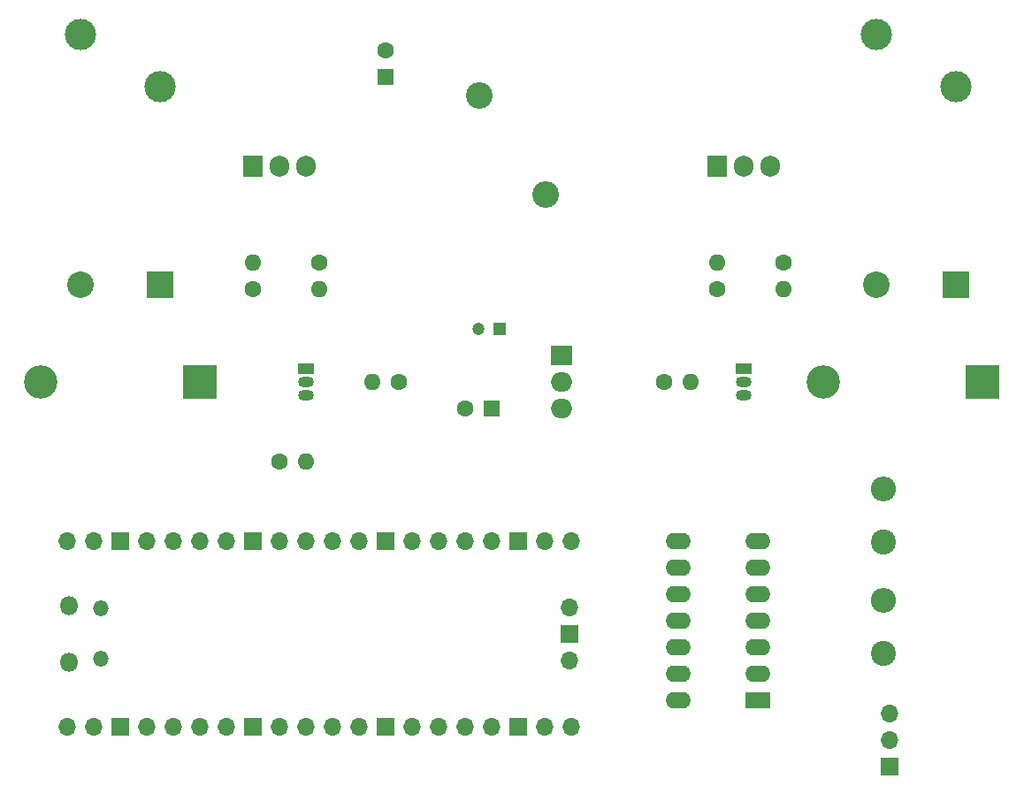
<source format=gbr>
%TF.GenerationSoftware,KiCad,Pcbnew,7.0.10*%
%TF.CreationDate,2024-07-18T14:31:58-06:00*%
%TF.ProjectId,Pressure-Controlled-Power-Outlet-control-PCB,50726573-7375-4726-952d-436f6e74726f,rev?*%
%TF.SameCoordinates,Original*%
%TF.FileFunction,Soldermask,Bot*%
%TF.FilePolarity,Negative*%
%FSLAX46Y46*%
G04 Gerber Fmt 4.6, Leading zero omitted, Abs format (unit mm)*
G04 Created by KiCad (PCBNEW 7.0.10) date 2024-07-18 14:31:58*
%MOMM*%
%LPD*%
G01*
G04 APERTURE LIST*
%ADD10C,2.550000*%
%ADD11R,1.200000X1.200000*%
%ADD12C,1.200000*%
%ADD13O,1.800000X1.800000*%
%ADD14O,1.500000X1.500000*%
%ADD15O,1.700000X1.700000*%
%ADD16R,1.700000X1.700000*%
%ADD17C,1.600000*%
%ADD18O,1.600000X1.600000*%
%ADD19R,1.500000X1.050000*%
%ADD20O,1.500000X1.050000*%
%ADD21R,1.905000X2.000000*%
%ADD22O,1.905000X2.000000*%
%ADD23R,3.200000X3.200000*%
%ADD24O,3.200000X3.200000*%
%ADD25R,2.000000X1.905000*%
%ADD26O,2.000000X1.905000*%
%ADD27R,2.400000X1.600000*%
%ADD28O,2.400000X1.600000*%
%ADD29C,2.400000*%
%ADD30O,2.400000X2.400000*%
%ADD31C,3.000000*%
%ADD32R,2.540000X2.540000*%
%ADD33C,2.540000*%
%ADD34R,1.600000X1.600000*%
G04 APERTURE END LIST*
D10*
%TO.C,J2*%
X139759801Y-87475000D03*
X133409801Y-77975000D03*
%TD*%
D11*
%TO.C,C3*%
X135350000Y-100330000D03*
D12*
X133350000Y-100330000D03*
%TD*%
D13*
%TO.C,U1*%
X94110000Y-126815000D03*
X94110000Y-132265000D03*
D14*
X97140000Y-131965000D03*
X97140000Y-127115000D03*
D15*
X93980000Y-138430000D03*
X96520000Y-138430000D03*
D16*
X99060000Y-138430000D03*
D15*
X101600000Y-138430000D03*
X104140000Y-138430000D03*
X106680000Y-138430000D03*
X109220000Y-138430000D03*
D16*
X111760000Y-138430000D03*
D15*
X114300000Y-138430000D03*
X116840000Y-138430000D03*
X119380000Y-138430000D03*
X121920000Y-138430000D03*
D16*
X124460000Y-138430000D03*
D15*
X127000000Y-138430000D03*
X129540000Y-138430000D03*
X132080000Y-138430000D03*
X134620000Y-138430000D03*
D16*
X137160000Y-138430000D03*
D15*
X139700000Y-138430000D03*
X142240000Y-138430000D03*
X142240000Y-120650000D03*
X139700000Y-120650000D03*
D16*
X137160000Y-120650000D03*
D15*
X134620000Y-120650000D03*
X132080000Y-120650000D03*
X129540000Y-120650000D03*
X127000000Y-120650000D03*
D16*
X124460000Y-120650000D03*
D15*
X121920000Y-120650000D03*
X119380000Y-120650000D03*
X116840000Y-120650000D03*
X114300000Y-120650000D03*
D16*
X111760000Y-120650000D03*
D15*
X109220000Y-120650000D03*
X106680000Y-120650000D03*
X104140000Y-120650000D03*
X101600000Y-120650000D03*
D16*
X99060000Y-120650000D03*
D15*
X96520000Y-120650000D03*
X93980000Y-120650000D03*
X142010000Y-132080000D03*
D16*
X142010000Y-129540000D03*
D15*
X142010000Y-127000000D03*
%TD*%
D17*
%TO.C,R9*%
X151130000Y-105410000D03*
D18*
X153670000Y-105410000D03*
%TD*%
D17*
%TO.C,R8*%
X125730000Y-105410000D03*
D18*
X123190000Y-105410000D03*
%TD*%
D17*
%TO.C,R7*%
X118110000Y-93980000D03*
D18*
X118110000Y-96520000D03*
%TD*%
D17*
%TO.C,R6*%
X162560000Y-93980000D03*
D18*
X162560000Y-96520000D03*
%TD*%
D17*
%TO.C,R5*%
X156210000Y-96520000D03*
D18*
X156210000Y-93980000D03*
%TD*%
D17*
%TO.C,R4*%
X111760000Y-96520000D03*
D18*
X111760000Y-93980000D03*
%TD*%
D19*
%TO.C,Q4*%
X116840000Y-104140000D03*
D20*
X116840000Y-105410000D03*
X116840000Y-106680000D03*
%TD*%
D21*
%TO.C,Q3*%
X156210000Y-84765000D03*
D22*
X158750000Y-84765000D03*
X161290000Y-84765000D03*
%TD*%
D21*
%TO.C,Q2*%
X111760000Y-84765000D03*
D22*
X114300000Y-84765000D03*
X116840000Y-84765000D03*
%TD*%
D19*
%TO.C,Q1*%
X158750000Y-104140000D03*
D20*
X158750000Y-105410000D03*
X158750000Y-106680000D03*
%TD*%
D23*
%TO.C,D2*%
X181610000Y-105410000D03*
D24*
X166370000Y-105410000D03*
%TD*%
D23*
%TO.C,D1*%
X106680000Y-105410000D03*
D24*
X91440000Y-105410000D03*
%TD*%
D25*
%TO.C,U3*%
X141295000Y-102870000D03*
D26*
X141295000Y-105410000D03*
X141295000Y-107950000D03*
%TD*%
D27*
%TO.C,U2*%
X160035000Y-135895000D03*
D28*
X160035000Y-133355000D03*
X160035000Y-130815000D03*
X160035000Y-128275000D03*
X160035000Y-125735000D03*
X160035000Y-123195000D03*
X160035000Y-120655000D03*
X152415000Y-120655000D03*
X152415000Y-123195000D03*
X152415000Y-125735000D03*
X152415000Y-128275000D03*
X152415000Y-130815000D03*
X152415000Y-133355000D03*
X152415000Y-135895000D03*
%TD*%
D17*
%TO.C,R3*%
X114300000Y-113030000D03*
D18*
X116840000Y-113030000D03*
%TD*%
D29*
%TO.C,R2*%
X172085000Y-120760000D03*
D30*
X172085000Y-115680000D03*
%TD*%
D29*
%TO.C,R1*%
X172085000Y-131445000D03*
D30*
X172085000Y-126365000D03*
%TD*%
D31*
%TO.C,K2*%
X179060000Y-77190000D03*
X171440000Y-72150000D03*
D32*
X179060000Y-96090000D03*
D33*
X171440000Y-96090000D03*
%TD*%
D31*
%TO.C,K1*%
X102860000Y-77190000D03*
X95240000Y-72150000D03*
D32*
X102860000Y-96090000D03*
D33*
X95240000Y-96090000D03*
%TD*%
D15*
%TO.C,J1*%
X172695000Y-137145000D03*
X172695000Y-139685000D03*
D16*
X172695000Y-142225000D03*
%TD*%
D34*
%TO.C,C2*%
X134580000Y-107950000D03*
D17*
X132080000Y-107950000D03*
%TD*%
D34*
%TO.C,C1*%
X124460000Y-76200000D03*
D17*
X124460000Y-73700000D03*
%TD*%
M02*

</source>
